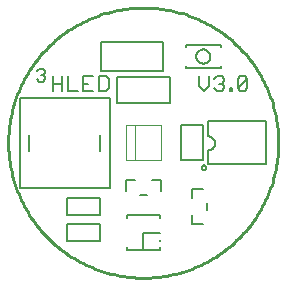
<source format=gto>
G75*
%MOIN*%
%OFA0B0*%
%FSLAX25Y25*%
%IPPOS*%
%LPD*%
%AMOC8*
5,1,8,0,0,1.08239X$1,22.5*
%
%ADD10C,0.01000*%
%ADD11C,0.00700*%
%ADD12C,0.00500*%
%ADD13C,0.00394*%
D10*
X0079250Y0064250D02*
X0079264Y0065354D01*
X0079304Y0066458D01*
X0079372Y0067560D01*
X0079467Y0068661D01*
X0079588Y0069758D01*
X0079737Y0070853D01*
X0079913Y0071943D01*
X0080115Y0073029D01*
X0080343Y0074110D01*
X0080599Y0075184D01*
X0080880Y0076252D01*
X0081188Y0077313D01*
X0081521Y0078366D01*
X0081881Y0079410D01*
X0082265Y0080445D01*
X0082675Y0081471D01*
X0083111Y0082486D01*
X0083570Y0083490D01*
X0084055Y0084483D01*
X0084564Y0085463D01*
X0085096Y0086430D01*
X0085652Y0087385D01*
X0086232Y0088325D01*
X0086834Y0089251D01*
X0087459Y0090161D01*
X0088106Y0091056D01*
X0088774Y0091935D01*
X0089465Y0092798D01*
X0090176Y0093643D01*
X0090907Y0094470D01*
X0091659Y0095279D01*
X0092430Y0096070D01*
X0093221Y0096841D01*
X0094030Y0097593D01*
X0094857Y0098324D01*
X0095702Y0099035D01*
X0096565Y0099726D01*
X0097444Y0100394D01*
X0098339Y0101041D01*
X0099249Y0101666D01*
X0100175Y0102268D01*
X0101115Y0102848D01*
X0102070Y0103404D01*
X0103037Y0103936D01*
X0104017Y0104445D01*
X0105010Y0104930D01*
X0106014Y0105389D01*
X0107029Y0105825D01*
X0108055Y0106235D01*
X0109090Y0106619D01*
X0110134Y0106979D01*
X0111187Y0107312D01*
X0112248Y0107620D01*
X0113316Y0107901D01*
X0114390Y0108157D01*
X0115471Y0108385D01*
X0116557Y0108587D01*
X0117647Y0108763D01*
X0118742Y0108912D01*
X0119839Y0109033D01*
X0120940Y0109128D01*
X0122042Y0109196D01*
X0123146Y0109236D01*
X0124250Y0109250D01*
X0125354Y0109236D01*
X0126458Y0109196D01*
X0127560Y0109128D01*
X0128661Y0109033D01*
X0129758Y0108912D01*
X0130853Y0108763D01*
X0131943Y0108587D01*
X0133029Y0108385D01*
X0134110Y0108157D01*
X0135184Y0107901D01*
X0136252Y0107620D01*
X0137313Y0107312D01*
X0138366Y0106979D01*
X0139410Y0106619D01*
X0140445Y0106235D01*
X0141471Y0105825D01*
X0142486Y0105389D01*
X0143490Y0104930D01*
X0144483Y0104445D01*
X0145463Y0103936D01*
X0146430Y0103404D01*
X0147385Y0102848D01*
X0148325Y0102268D01*
X0149251Y0101666D01*
X0150161Y0101041D01*
X0151056Y0100394D01*
X0151935Y0099726D01*
X0152798Y0099035D01*
X0153643Y0098324D01*
X0154470Y0097593D01*
X0155279Y0096841D01*
X0156070Y0096070D01*
X0156841Y0095279D01*
X0157593Y0094470D01*
X0158324Y0093643D01*
X0159035Y0092798D01*
X0159726Y0091935D01*
X0160394Y0091056D01*
X0161041Y0090161D01*
X0161666Y0089251D01*
X0162268Y0088325D01*
X0162848Y0087385D01*
X0163404Y0086430D01*
X0163936Y0085463D01*
X0164445Y0084483D01*
X0164930Y0083490D01*
X0165389Y0082486D01*
X0165825Y0081471D01*
X0166235Y0080445D01*
X0166619Y0079410D01*
X0166979Y0078366D01*
X0167312Y0077313D01*
X0167620Y0076252D01*
X0167901Y0075184D01*
X0168157Y0074110D01*
X0168385Y0073029D01*
X0168587Y0071943D01*
X0168763Y0070853D01*
X0168912Y0069758D01*
X0169033Y0068661D01*
X0169128Y0067560D01*
X0169196Y0066458D01*
X0169236Y0065354D01*
X0169250Y0064250D01*
X0169236Y0063146D01*
X0169196Y0062042D01*
X0169128Y0060940D01*
X0169033Y0059839D01*
X0168912Y0058742D01*
X0168763Y0057647D01*
X0168587Y0056557D01*
X0168385Y0055471D01*
X0168157Y0054390D01*
X0167901Y0053316D01*
X0167620Y0052248D01*
X0167312Y0051187D01*
X0166979Y0050134D01*
X0166619Y0049090D01*
X0166235Y0048055D01*
X0165825Y0047029D01*
X0165389Y0046014D01*
X0164930Y0045010D01*
X0164445Y0044017D01*
X0163936Y0043037D01*
X0163404Y0042070D01*
X0162848Y0041115D01*
X0162268Y0040175D01*
X0161666Y0039249D01*
X0161041Y0038339D01*
X0160394Y0037444D01*
X0159726Y0036565D01*
X0159035Y0035702D01*
X0158324Y0034857D01*
X0157593Y0034030D01*
X0156841Y0033221D01*
X0156070Y0032430D01*
X0155279Y0031659D01*
X0154470Y0030907D01*
X0153643Y0030176D01*
X0152798Y0029465D01*
X0151935Y0028774D01*
X0151056Y0028106D01*
X0150161Y0027459D01*
X0149251Y0026834D01*
X0148325Y0026232D01*
X0147385Y0025652D01*
X0146430Y0025096D01*
X0145463Y0024564D01*
X0144483Y0024055D01*
X0143490Y0023570D01*
X0142486Y0023111D01*
X0141471Y0022675D01*
X0140445Y0022265D01*
X0139410Y0021881D01*
X0138366Y0021521D01*
X0137313Y0021188D01*
X0136252Y0020880D01*
X0135184Y0020599D01*
X0134110Y0020343D01*
X0133029Y0020115D01*
X0131943Y0019913D01*
X0130853Y0019737D01*
X0129758Y0019588D01*
X0128661Y0019467D01*
X0127560Y0019372D01*
X0126458Y0019304D01*
X0125354Y0019264D01*
X0124250Y0019250D01*
X0123146Y0019264D01*
X0122042Y0019304D01*
X0120940Y0019372D01*
X0119839Y0019467D01*
X0118742Y0019588D01*
X0117647Y0019737D01*
X0116557Y0019913D01*
X0115471Y0020115D01*
X0114390Y0020343D01*
X0113316Y0020599D01*
X0112248Y0020880D01*
X0111187Y0021188D01*
X0110134Y0021521D01*
X0109090Y0021881D01*
X0108055Y0022265D01*
X0107029Y0022675D01*
X0106014Y0023111D01*
X0105010Y0023570D01*
X0104017Y0024055D01*
X0103037Y0024564D01*
X0102070Y0025096D01*
X0101115Y0025652D01*
X0100175Y0026232D01*
X0099249Y0026834D01*
X0098339Y0027459D01*
X0097444Y0028106D01*
X0096565Y0028774D01*
X0095702Y0029465D01*
X0094857Y0030176D01*
X0094030Y0030907D01*
X0093221Y0031659D01*
X0092430Y0032430D01*
X0091659Y0033221D01*
X0090907Y0034030D01*
X0090176Y0034857D01*
X0089465Y0035702D01*
X0088774Y0036565D01*
X0088106Y0037444D01*
X0087459Y0038339D01*
X0086834Y0039249D01*
X0086232Y0040175D01*
X0085652Y0041115D01*
X0085096Y0042070D01*
X0084564Y0043037D01*
X0084055Y0044017D01*
X0083570Y0045010D01*
X0083111Y0046014D01*
X0082675Y0047029D01*
X0082265Y0048055D01*
X0081881Y0049090D01*
X0081521Y0050134D01*
X0081188Y0051187D01*
X0080880Y0052248D01*
X0080599Y0053316D01*
X0080343Y0054390D01*
X0080115Y0055471D01*
X0079913Y0056557D01*
X0079737Y0057647D01*
X0079588Y0058742D01*
X0079467Y0059839D01*
X0079372Y0060940D01*
X0079304Y0062042D01*
X0079264Y0063146D01*
X0079250Y0064250D01*
D11*
X0093974Y0081500D02*
X0093974Y0086404D01*
X0091615Y0086035D02*
X0091615Y0085317D01*
X0090898Y0084600D01*
X0089463Y0084600D01*
X0088746Y0085317D01*
X0090181Y0086752D02*
X0090898Y0086752D01*
X0091615Y0086035D01*
X0090898Y0086752D02*
X0091615Y0087469D01*
X0091615Y0088186D01*
X0090898Y0088904D01*
X0089463Y0088904D01*
X0088746Y0088186D01*
X0093974Y0083952D02*
X0097244Y0083952D01*
X0097244Y0086404D02*
X0097244Y0081500D01*
X0099131Y0081500D02*
X0102400Y0081500D01*
X0104287Y0081500D02*
X0107557Y0081500D01*
X0109444Y0081500D02*
X0111896Y0081500D01*
X0112713Y0082317D01*
X0112713Y0085587D01*
X0111896Y0086404D01*
X0109444Y0086404D01*
X0109444Y0081500D01*
X0105922Y0083952D02*
X0104287Y0083952D01*
X0104287Y0086404D02*
X0104287Y0081500D01*
X0099131Y0081500D02*
X0099131Y0086404D01*
X0104287Y0086404D02*
X0107557Y0086404D01*
X0142803Y0086404D02*
X0142803Y0083135D01*
X0144437Y0081500D01*
X0146072Y0083135D01*
X0146072Y0086404D01*
X0147959Y0085587D02*
X0148776Y0086404D01*
X0150411Y0086404D01*
X0151228Y0085587D01*
X0151228Y0084769D01*
X0150411Y0083952D01*
X0151228Y0083135D01*
X0151228Y0082317D01*
X0150411Y0081500D01*
X0148776Y0081500D01*
X0147959Y0082317D01*
X0149594Y0083952D02*
X0150411Y0083952D01*
X0153115Y0082317D02*
X0153933Y0082317D01*
X0153933Y0081500D01*
X0153115Y0081500D01*
X0153115Y0082317D01*
X0155694Y0082317D02*
X0155694Y0085587D01*
X0156511Y0086404D01*
X0158146Y0086404D01*
X0158963Y0085587D01*
X0155694Y0082317D01*
X0156511Y0081500D01*
X0158146Y0081500D01*
X0158963Y0082317D01*
X0158963Y0085587D01*
D12*
X0083000Y0079250D02*
X0083000Y0049250D01*
X0113000Y0049250D01*
X0113000Y0079250D01*
X0083000Y0079250D01*
X0086189Y0066937D02*
X0086189Y0061563D01*
X0109811Y0061563D02*
X0109811Y0066937D01*
X0115490Y0077321D02*
X0115490Y0086179D01*
X0133010Y0086179D01*
X0133010Y0077321D01*
X0115490Y0077321D01*
X0110264Y0088276D02*
X0110264Y0097567D01*
X0110264Y0097724D01*
X0130736Y0097724D01*
X0130736Y0088276D01*
X0110264Y0088276D01*
X0138344Y0089063D02*
X0150156Y0089063D01*
X0150156Y0089850D01*
X0141888Y0093000D02*
X0141890Y0093097D01*
X0141896Y0093194D01*
X0141906Y0093290D01*
X0141920Y0093386D01*
X0141938Y0093482D01*
X0141959Y0093576D01*
X0141985Y0093670D01*
X0142014Y0093762D01*
X0142048Y0093853D01*
X0142084Y0093943D01*
X0142125Y0094031D01*
X0142169Y0094117D01*
X0142217Y0094202D01*
X0142268Y0094284D01*
X0142322Y0094365D01*
X0142380Y0094443D01*
X0142441Y0094518D01*
X0142504Y0094591D01*
X0142571Y0094662D01*
X0142641Y0094729D01*
X0142713Y0094794D01*
X0142788Y0094855D01*
X0142866Y0094914D01*
X0142945Y0094969D01*
X0143027Y0095021D01*
X0143111Y0095069D01*
X0143197Y0095114D01*
X0143285Y0095156D01*
X0143374Y0095194D01*
X0143465Y0095228D01*
X0143557Y0095258D01*
X0143650Y0095285D01*
X0143745Y0095307D01*
X0143840Y0095326D01*
X0143936Y0095341D01*
X0144032Y0095352D01*
X0144129Y0095359D01*
X0144226Y0095362D01*
X0144323Y0095361D01*
X0144420Y0095356D01*
X0144516Y0095347D01*
X0144612Y0095334D01*
X0144708Y0095317D01*
X0144803Y0095296D01*
X0144896Y0095272D01*
X0144989Y0095243D01*
X0145081Y0095211D01*
X0145171Y0095175D01*
X0145259Y0095136D01*
X0145346Y0095092D01*
X0145431Y0095046D01*
X0145514Y0094995D01*
X0145595Y0094942D01*
X0145673Y0094885D01*
X0145750Y0094825D01*
X0145823Y0094762D01*
X0145894Y0094696D01*
X0145962Y0094627D01*
X0146028Y0094555D01*
X0146090Y0094481D01*
X0146149Y0094404D01*
X0146205Y0094325D01*
X0146258Y0094243D01*
X0146308Y0094160D01*
X0146353Y0094074D01*
X0146396Y0093987D01*
X0146435Y0093898D01*
X0146470Y0093808D01*
X0146501Y0093716D01*
X0146528Y0093623D01*
X0146552Y0093529D01*
X0146572Y0093434D01*
X0146588Y0093338D01*
X0146600Y0093242D01*
X0146608Y0093145D01*
X0146612Y0093048D01*
X0146612Y0092952D01*
X0146608Y0092855D01*
X0146600Y0092758D01*
X0146588Y0092662D01*
X0146572Y0092566D01*
X0146552Y0092471D01*
X0146528Y0092377D01*
X0146501Y0092284D01*
X0146470Y0092192D01*
X0146435Y0092102D01*
X0146396Y0092013D01*
X0146353Y0091926D01*
X0146308Y0091840D01*
X0146258Y0091757D01*
X0146205Y0091675D01*
X0146149Y0091596D01*
X0146090Y0091519D01*
X0146028Y0091445D01*
X0145962Y0091373D01*
X0145894Y0091304D01*
X0145823Y0091238D01*
X0145750Y0091175D01*
X0145673Y0091115D01*
X0145595Y0091058D01*
X0145514Y0091005D01*
X0145431Y0090954D01*
X0145346Y0090908D01*
X0145259Y0090864D01*
X0145171Y0090825D01*
X0145081Y0090789D01*
X0144989Y0090757D01*
X0144896Y0090728D01*
X0144803Y0090704D01*
X0144708Y0090683D01*
X0144612Y0090666D01*
X0144516Y0090653D01*
X0144420Y0090644D01*
X0144323Y0090639D01*
X0144226Y0090638D01*
X0144129Y0090641D01*
X0144032Y0090648D01*
X0143936Y0090659D01*
X0143840Y0090674D01*
X0143745Y0090693D01*
X0143650Y0090715D01*
X0143557Y0090742D01*
X0143465Y0090772D01*
X0143374Y0090806D01*
X0143285Y0090844D01*
X0143197Y0090886D01*
X0143111Y0090931D01*
X0143027Y0090979D01*
X0142945Y0091031D01*
X0142866Y0091086D01*
X0142788Y0091145D01*
X0142713Y0091206D01*
X0142641Y0091271D01*
X0142571Y0091338D01*
X0142504Y0091409D01*
X0142441Y0091482D01*
X0142380Y0091557D01*
X0142322Y0091635D01*
X0142268Y0091716D01*
X0142217Y0091798D01*
X0142169Y0091883D01*
X0142125Y0091969D01*
X0142084Y0092057D01*
X0142048Y0092147D01*
X0142014Y0092238D01*
X0141985Y0092330D01*
X0141959Y0092424D01*
X0141938Y0092518D01*
X0141920Y0092614D01*
X0141906Y0092710D01*
X0141896Y0092806D01*
X0141890Y0092903D01*
X0141888Y0093000D01*
X0138344Y0089850D02*
X0138344Y0089063D01*
X0138344Y0096150D02*
X0138344Y0096937D01*
X0150156Y0096937D01*
X0150156Y0096150D01*
X0145854Y0071337D02*
X0145854Y0066376D01*
X0145947Y0066377D01*
X0146039Y0066373D01*
X0146132Y0066366D01*
X0146224Y0066355D01*
X0146316Y0066340D01*
X0146406Y0066321D01*
X0146496Y0066298D01*
X0146585Y0066271D01*
X0146673Y0066241D01*
X0146759Y0066207D01*
X0146844Y0066169D01*
X0146927Y0066128D01*
X0147008Y0066083D01*
X0147088Y0066035D01*
X0147165Y0065983D01*
X0147240Y0065928D01*
X0147312Y0065870D01*
X0147382Y0065809D01*
X0147450Y0065746D01*
X0147514Y0065679D01*
X0147576Y0065610D01*
X0147635Y0065538D01*
X0147690Y0065464D01*
X0147743Y0065387D01*
X0147792Y0065308D01*
X0147838Y0065228D01*
X0147880Y0065145D01*
X0147919Y0065061D01*
X0147954Y0064975D01*
X0147985Y0064887D01*
X0148013Y0064799D01*
X0148037Y0064709D01*
X0148057Y0064619D01*
X0148073Y0064527D01*
X0148085Y0064435D01*
X0148094Y0064343D01*
X0148098Y0064250D01*
X0148098Y0063935D01*
X0148096Y0063845D01*
X0148090Y0063755D01*
X0148081Y0063665D01*
X0148067Y0063576D01*
X0148050Y0063487D01*
X0148029Y0063399D01*
X0148005Y0063312D01*
X0147977Y0063227D01*
X0147945Y0063142D01*
X0147909Y0063059D01*
X0147870Y0062978D01*
X0147828Y0062898D01*
X0147782Y0062820D01*
X0147733Y0062744D01*
X0147681Y0062671D01*
X0147626Y0062599D01*
X0147568Y0062530D01*
X0147507Y0062464D01*
X0147443Y0062400D01*
X0147377Y0062339D01*
X0147308Y0062281D01*
X0147236Y0062226D01*
X0147163Y0062174D01*
X0147087Y0062125D01*
X0147009Y0062079D01*
X0146929Y0062037D01*
X0146848Y0061998D01*
X0146765Y0061962D01*
X0146680Y0061930D01*
X0146595Y0061902D01*
X0146508Y0061878D01*
X0146420Y0061857D01*
X0146331Y0061840D01*
X0146242Y0061826D01*
X0146152Y0061817D01*
X0146062Y0061811D01*
X0145972Y0061809D01*
X0145854Y0061809D01*
X0145854Y0057163D01*
X0165146Y0057163D01*
X0165146Y0071337D01*
X0145854Y0071337D01*
X0144142Y0070165D02*
X0136858Y0070165D01*
X0136858Y0058335D01*
X0144142Y0058335D01*
X0144142Y0070165D01*
X0143689Y0055982D02*
X0143691Y0056038D01*
X0143697Y0056093D01*
X0143707Y0056147D01*
X0143720Y0056201D01*
X0143738Y0056254D01*
X0143759Y0056305D01*
X0143783Y0056355D01*
X0143811Y0056403D01*
X0143843Y0056449D01*
X0143877Y0056493D01*
X0143915Y0056534D01*
X0143955Y0056572D01*
X0143998Y0056607D01*
X0144043Y0056639D01*
X0144091Y0056668D01*
X0144140Y0056694D01*
X0144191Y0056716D01*
X0144243Y0056734D01*
X0144297Y0056748D01*
X0144352Y0056759D01*
X0144407Y0056766D01*
X0144462Y0056769D01*
X0144518Y0056768D01*
X0144573Y0056763D01*
X0144628Y0056754D01*
X0144682Y0056742D01*
X0144735Y0056725D01*
X0144787Y0056705D01*
X0144837Y0056681D01*
X0144885Y0056654D01*
X0144932Y0056624D01*
X0144976Y0056590D01*
X0145018Y0056553D01*
X0145056Y0056513D01*
X0145093Y0056471D01*
X0145126Y0056426D01*
X0145155Y0056380D01*
X0145182Y0056331D01*
X0145204Y0056280D01*
X0145224Y0056228D01*
X0145239Y0056174D01*
X0145251Y0056120D01*
X0145259Y0056065D01*
X0145263Y0056010D01*
X0145263Y0055954D01*
X0145259Y0055899D01*
X0145251Y0055844D01*
X0145239Y0055790D01*
X0145224Y0055736D01*
X0145204Y0055684D01*
X0145182Y0055633D01*
X0145155Y0055584D01*
X0145126Y0055538D01*
X0145093Y0055493D01*
X0145056Y0055451D01*
X0145018Y0055411D01*
X0144976Y0055374D01*
X0144932Y0055340D01*
X0144885Y0055310D01*
X0144837Y0055283D01*
X0144787Y0055259D01*
X0144735Y0055239D01*
X0144682Y0055222D01*
X0144628Y0055210D01*
X0144573Y0055201D01*
X0144518Y0055196D01*
X0144462Y0055195D01*
X0144407Y0055198D01*
X0144352Y0055205D01*
X0144297Y0055216D01*
X0144243Y0055230D01*
X0144191Y0055248D01*
X0144140Y0055270D01*
X0144091Y0055296D01*
X0144043Y0055325D01*
X0143998Y0055357D01*
X0143955Y0055392D01*
X0143915Y0055430D01*
X0143877Y0055471D01*
X0143843Y0055515D01*
X0143811Y0055561D01*
X0143783Y0055609D01*
X0143759Y0055659D01*
X0143738Y0055710D01*
X0143720Y0055763D01*
X0143707Y0055817D01*
X0143697Y0055871D01*
X0143691Y0055926D01*
X0143689Y0055982D01*
X0143984Y0048906D02*
X0140441Y0048906D01*
X0140441Y0045756D01*
X0145559Y0044181D02*
X0145559Y0041819D01*
X0140441Y0040244D02*
X0140441Y0037094D01*
X0143984Y0037094D01*
X0129762Y0039093D02*
X0129762Y0040057D01*
X0118738Y0040057D01*
X0118738Y0039093D01*
X0124250Y0034250D02*
X0129762Y0034250D01*
X0129762Y0031888D02*
X0129762Y0031494D01*
X0129762Y0029407D02*
X0129762Y0028551D01*
X0129762Y0028443D02*
X0118738Y0028443D01*
X0118738Y0029407D01*
X0124250Y0028738D02*
X0124250Y0034250D01*
X0109762Y0037006D02*
X0109762Y0031494D01*
X0098738Y0031494D01*
X0098738Y0037006D01*
X0109762Y0037006D01*
X0109663Y0040244D02*
X0109663Y0045756D01*
X0098837Y0045756D01*
X0098837Y0040244D01*
X0109663Y0040244D01*
X0123069Y0046691D02*
X0125431Y0046691D01*
X0130156Y0048266D02*
X0130156Y0051809D01*
X0127006Y0051809D01*
X0121494Y0051809D02*
X0118344Y0051809D01*
X0118344Y0048266D01*
D13*
X0118344Y0058344D02*
X0118344Y0070156D01*
X0121494Y0070156D01*
X0121494Y0058344D01*
X0118344Y0058344D01*
X0121494Y0058344D02*
X0130156Y0058344D01*
X0130156Y0070156D01*
X0121494Y0070156D01*
M02*

</source>
